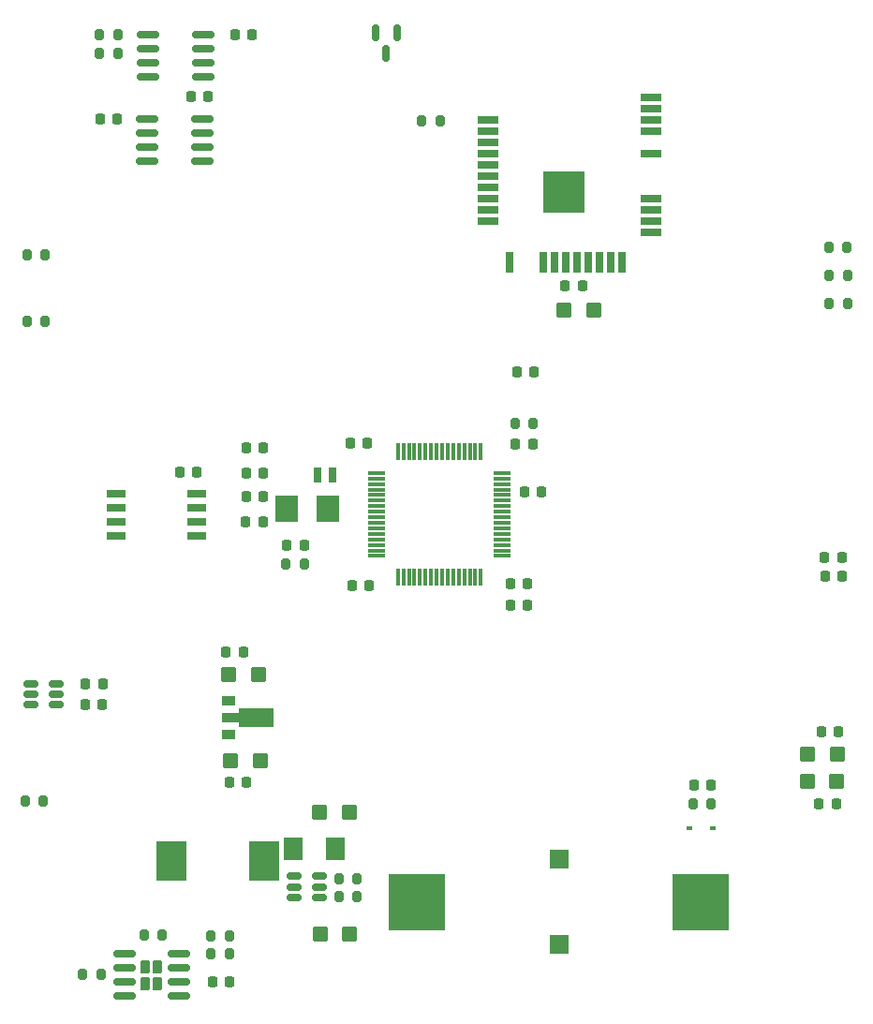
<source format=gbr>
%TF.GenerationSoftware,KiCad,Pcbnew,7.0.9-7.0.9~ubuntu22.04.1*%
%TF.CreationDate,2023-12-31T10:10:50+00:00*%
%TF.ProjectId,stm32_sbc_wifi,73746d33-325f-4736-9263-5f776966692e,A*%
%TF.SameCoordinates,Original*%
%TF.FileFunction,Paste,Top*%
%TF.FilePolarity,Positive*%
%FSLAX46Y46*%
G04 Gerber Fmt 4.6, Leading zero omitted, Abs format (unit mm)*
G04 Created by KiCad (PCBNEW 7.0.9-7.0.9~ubuntu22.04.1) date 2023-12-31 10:10:50*
%MOMM*%
%LPD*%
G01*
G04 APERTURE LIST*
G04 Aperture macros list*
%AMRoundRect*
0 Rectangle with rounded corners*
0 $1 Rounding radius*
0 $2 $3 $4 $5 $6 $7 $8 $9 X,Y pos of 4 corners*
0 Add a 4 corners polygon primitive as box body*
4,1,4,$2,$3,$4,$5,$6,$7,$8,$9,$2,$3,0*
0 Add four circle primitives for the rounded corners*
1,1,$1+$1,$2,$3*
1,1,$1+$1,$4,$5*
1,1,$1+$1,$6,$7*
1,1,$1+$1,$8,$9*
0 Add four rect primitives between the rounded corners*
20,1,$1+$1,$2,$3,$4,$5,0*
20,1,$1+$1,$4,$5,$6,$7,0*
20,1,$1+$1,$6,$7,$8,$9,0*
20,1,$1+$1,$8,$9,$2,$3,0*%
%AMFreePoly0*
4,1,9,3.862500,-0.866500,0.737500,-0.866500,0.737500,-0.450000,-0.737500,-0.450000,-0.737500,0.450000,0.737500,0.450000,0.737500,0.866500,3.862500,0.866500,3.862500,-0.866500,3.862500,-0.866500,$1*%
G04 Aperture macros list end*
%ADD10RoundRect,0.218750X-0.218750X-0.256250X0.218750X-0.256250X0.218750X0.256250X-0.218750X0.256250X0*%
%ADD11RoundRect,0.225000X0.225000X0.250000X-0.225000X0.250000X-0.225000X-0.250000X0.225000X-0.250000X0*%
%ADD12R,1.300000X0.900000*%
%ADD13FreePoly0,0.000000*%
%ADD14R,1.778000X2.032000*%
%ADD15RoundRect,0.250000X-0.450000X-0.425000X0.450000X-0.425000X0.450000X0.425000X-0.450000X0.425000X0*%
%ADD16RoundRect,0.225000X-0.225000X-0.250000X0.225000X-0.250000X0.225000X0.250000X-0.225000X0.250000X0*%
%ADD17R,1.700000X0.650000*%
%ADD18RoundRect,0.150000X-0.825000X-0.150000X0.825000X-0.150000X0.825000X0.150000X-0.825000X0.150000X0*%
%ADD19RoundRect,0.200000X-0.200000X-0.275000X0.200000X-0.275000X0.200000X0.275000X-0.200000X0.275000X0*%
%ADD20R,1.651000X1.651000*%
%ADD21RoundRect,0.250000X0.450000X0.425000X-0.450000X0.425000X-0.450000X-0.425000X0.450000X-0.425000X0*%
%ADD22R,2.700000X3.600000*%
%ADD23RoundRect,0.230000X-0.230000X-0.375000X0.230000X-0.375000X0.230000X0.375000X-0.230000X0.375000X0*%
%ADD24RoundRect,0.150000X-0.512500X-0.150000X0.512500X-0.150000X0.512500X0.150000X-0.512500X0.150000X0*%
%ADD25RoundRect,0.150000X-0.150000X0.587500X-0.150000X-0.587500X0.150000X-0.587500X0.150000X0.587500X0*%
%ADD26RoundRect,0.200000X0.200000X0.275000X-0.200000X0.275000X-0.200000X-0.275000X0.200000X-0.275000X0*%
%ADD27R,5.080000X5.080000*%
%ADD28R,0.600000X0.450000*%
%ADD29R,0.700000X1.400000*%
%ADD30R,1.900000X0.800000*%
%ADD31R,0.800000X1.900000*%
%ADD32R,3.700000X3.700000*%
%ADD33R,2.000000X2.400000*%
%ADD34RoundRect,0.075000X-0.700000X-0.075000X0.700000X-0.075000X0.700000X0.075000X-0.700000X0.075000X0*%
%ADD35RoundRect,0.075000X-0.075000X-0.700000X0.075000X-0.700000X0.075000X0.700000X-0.075000X0.700000X0*%
G04 APERTURE END LIST*
D10*
%TO.C,L1*%
X92992500Y-100320000D03*
X94567500Y-100320000D03*
%TD*%
D11*
%TO.C,C4*%
X104075000Y-47270000D03*
X102525000Y-47270000D03*
%TD*%
D12*
%TO.C,U6*%
X105985000Y-101880000D03*
D13*
X106072500Y-103380000D03*
D12*
X105985000Y-104880000D03*
%TD*%
D14*
%TO.C,D2*%
X115605000Y-115187500D03*
X111795000Y-115187500D03*
%TD*%
D15*
%TO.C,C6*%
X106085000Y-107260000D03*
X108785000Y-107260000D03*
%TD*%
D16*
%TO.C,C10*%
X105710000Y-97400000D03*
X107260000Y-97400000D03*
%TD*%
D11*
%TO.C,C14*%
X109065000Y-81260000D03*
X107515000Y-81260000D03*
%TD*%
D17*
%TO.C,U1*%
X95770000Y-83145000D03*
X95770000Y-84415000D03*
X95770000Y-85685000D03*
X95770000Y-86955000D03*
X103070000Y-86955000D03*
X103070000Y-85685000D03*
X103070000Y-84415000D03*
X103070000Y-83145000D03*
%TD*%
D16*
%TO.C,C26*%
X159315000Y-111115000D03*
X160865000Y-111115000D03*
%TD*%
D15*
%TO.C,C8*%
X105935000Y-99440000D03*
X108635000Y-99440000D03*
%TD*%
D18*
%TO.C,U2*%
X98605000Y-49225000D03*
X98605000Y-50495000D03*
X98605000Y-51765000D03*
X98605000Y-53035000D03*
X103555000Y-53035000D03*
X103555000Y-51765000D03*
X103555000Y-50495000D03*
X103555000Y-49225000D03*
%TD*%
D19*
%TO.C,R14*%
X94285000Y-41640000D03*
X95935000Y-41640000D03*
%TD*%
D18*
%TO.C,U9*%
X98675000Y-41625000D03*
X98675000Y-42895000D03*
X98675000Y-44165000D03*
X98675000Y-45435000D03*
X103625000Y-45435000D03*
X103625000Y-44165000D03*
X103625000Y-42895000D03*
X103625000Y-41625000D03*
%TD*%
D11*
%TO.C,C11*%
X109065000Y-83350000D03*
X107515000Y-83350000D03*
%TD*%
D20*
%TO.C,J5*%
X135827000Y-116113800D03*
X135827000Y-123886200D03*
%TD*%
D21*
%TO.C,C25*%
X160930000Y-109115000D03*
X158230000Y-109115000D03*
%TD*%
D11*
%TO.C,C27*%
X133545000Y-72160000D03*
X131995000Y-72160000D03*
%TD*%
D19*
%TO.C,R17*%
X160180000Y-60870000D03*
X161830000Y-60870000D03*
%TD*%
D11*
%TO.C,C13*%
X109065000Y-79020000D03*
X107515000Y-79020000D03*
%TD*%
D22*
%TO.C,L3*%
X100820000Y-116330000D03*
X109120000Y-116330000D03*
%TD*%
D19*
%TO.C,R2*%
X87565000Y-110920000D03*
X89215000Y-110920000D03*
%TD*%
D16*
%TO.C,C23*%
X131885000Y-78650000D03*
X133435000Y-78650000D03*
%TD*%
D11*
%TO.C,C1*%
X106025000Y-127240000D03*
X104475000Y-127240000D03*
%TD*%
%TO.C,C18*%
X108095000Y-41600000D03*
X106545000Y-41600000D03*
%TD*%
D19*
%TO.C,R15*%
X160243000Y-63410000D03*
X161893000Y-63410000D03*
%TD*%
D16*
%TO.C,C21*%
X159855000Y-90555000D03*
X161405000Y-90555000D03*
%TD*%
D23*
%TO.C,U3*%
X98410000Y-125890000D03*
X98410000Y-127390000D03*
X99550000Y-125890000D03*
X99550000Y-127390000D03*
D18*
X96505000Y-124735000D03*
X96505000Y-126005000D03*
X96505000Y-127275000D03*
X96505000Y-128545000D03*
X101455000Y-128545000D03*
X101455000Y-127275000D03*
X101455000Y-126005000D03*
X101455000Y-124735000D03*
%TD*%
D21*
%TO.C,C32*%
X116830000Y-111950000D03*
X114130000Y-111950000D03*
%TD*%
D19*
%TO.C,R8*%
X111125000Y-89450000D03*
X112775000Y-89450000D03*
%TD*%
D16*
%TO.C,C29*%
X136362500Y-64310000D03*
X137912500Y-64310000D03*
%TD*%
D24*
%TO.C,U4*%
X88102500Y-100300000D03*
X88102500Y-101250000D03*
X88102500Y-102200000D03*
X90377500Y-102200000D03*
X90377500Y-101250000D03*
X90377500Y-100300000D03*
%TD*%
D25*
%TO.C,U7*%
X121160000Y-41460000D03*
X119260000Y-41460000D03*
X120210000Y-43335000D03*
%TD*%
D19*
%TO.C,R11*%
X131825000Y-76800000D03*
X133475000Y-76800000D03*
%TD*%
D10*
%TO.C,L2*%
X92972500Y-102190000D03*
X94547500Y-102190000D03*
%TD*%
D16*
%TO.C,C2*%
X94325000Y-49240000D03*
X95875000Y-49240000D03*
%TD*%
D21*
%TO.C,C28*%
X160960000Y-106675000D03*
X158260000Y-106675000D03*
%TD*%
D26*
%TO.C,R12*%
X149555000Y-111130000D03*
X147905000Y-111130000D03*
%TD*%
D11*
%TO.C,C24*%
X132945000Y-91270000D03*
X131395000Y-91270000D03*
%TD*%
D16*
%TO.C,C17*%
X147985000Y-109420000D03*
X149535000Y-109420000D03*
%TD*%
D19*
%TO.C,R5*%
X104365000Y-124700000D03*
X106015000Y-124700000D03*
%TD*%
%TO.C,R10*%
X115925000Y-119570000D03*
X117575000Y-119570000D03*
%TD*%
D16*
%TO.C,C7*%
X105990000Y-109220000D03*
X107540000Y-109220000D03*
%TD*%
D26*
%TO.C,R4*%
X105995000Y-123060000D03*
X104345000Y-123060000D03*
%TD*%
D15*
%TO.C,C31*%
X136280000Y-66510000D03*
X138980000Y-66510000D03*
%TD*%
D16*
%TO.C,C9*%
X111225000Y-87820000D03*
X112775000Y-87820000D03*
%TD*%
D19*
%TO.C,R16*%
X160243000Y-65950000D03*
X161893000Y-65950000D03*
%TD*%
D16*
%TO.C,C22*%
X159825000Y-88865000D03*
X161375000Y-88865000D03*
%TD*%
D26*
%TO.C,R9*%
X117575000Y-117950000D03*
X115925000Y-117950000D03*
%TD*%
D24*
%TO.C,U5*%
X111902500Y-117707500D03*
X111902500Y-118657500D03*
X111902500Y-119607500D03*
X114177500Y-119607500D03*
X114177500Y-118657500D03*
X114177500Y-117707500D03*
%TD*%
D16*
%TO.C,C16*%
X132705000Y-82970000D03*
X134255000Y-82970000D03*
%TD*%
D15*
%TO.C,C5*%
X114200000Y-122950000D03*
X116900000Y-122950000D03*
%TD*%
D16*
%TO.C,C3*%
X101545000Y-81180000D03*
X103095000Y-81180000D03*
%TD*%
D26*
%TO.C,R7*%
X89365000Y-61510000D03*
X87715000Y-61510000D03*
%TD*%
D27*
%TO.C,J6*%
X148628600Y-120000000D03*
X123000000Y-120000000D03*
%TD*%
D16*
%TO.C,C20*%
X117135000Y-91450000D03*
X118685000Y-91450000D03*
%TD*%
D28*
%TO.C,D5*%
X149730000Y-113380000D03*
X147630000Y-113380000D03*
%TD*%
D16*
%TO.C,C15*%
X131405000Y-93210000D03*
X132955000Y-93210000D03*
%TD*%
D29*
%TO.C,Y2*%
X115360000Y-81410000D03*
X113960000Y-81410000D03*
%TD*%
D30*
%TO.C,U10*%
X144136550Y-59505000D03*
X144136550Y-58489000D03*
X144136550Y-57473000D03*
X144136550Y-56457000D03*
X144136550Y-52393000D03*
X144136550Y-50361000D03*
X144136550Y-49345000D03*
X144136550Y-48329000D03*
X144136550Y-47313000D03*
X129406550Y-49351000D03*
X129406550Y-50367000D03*
X129406550Y-51383000D03*
X129406550Y-52399000D03*
X129406550Y-53415000D03*
X129406550Y-54431000D03*
X129406550Y-55447000D03*
X129406550Y-56463000D03*
X129406550Y-57479000D03*
X129406550Y-58495000D03*
D31*
X131306550Y-62175000D03*
X134354550Y-62175000D03*
X135370550Y-62175000D03*
X136386550Y-62175000D03*
X137402550Y-62175000D03*
X138418550Y-62175000D03*
X139434550Y-62175000D03*
X140450550Y-62175000D03*
X141466550Y-62175000D03*
D32*
X136286550Y-55905000D03*
%TD*%
D19*
%TO.C,R1*%
X92775000Y-126530000D03*
X94425000Y-126530000D03*
%TD*%
D26*
%TO.C,R3*%
X99950000Y-123030000D03*
X98300000Y-123030000D03*
%TD*%
D33*
%TO.C,Y1*%
X111210000Y-84480000D03*
X114910000Y-84480000D03*
%TD*%
D16*
%TO.C,C12*%
X107495000Y-85670000D03*
X109045000Y-85670000D03*
%TD*%
%TO.C,C19*%
X116965000Y-78550000D03*
X118515000Y-78550000D03*
%TD*%
D26*
%TO.C,R6*%
X89365000Y-67580000D03*
X87715000Y-67580000D03*
%TD*%
D16*
%TO.C,C30*%
X159525000Y-104665000D03*
X161075000Y-104665000D03*
%TD*%
D34*
%TO.C,U8*%
X119325000Y-81250000D03*
X119325000Y-81750000D03*
X119325000Y-82250000D03*
X119325000Y-82750000D03*
X119325000Y-83250000D03*
X119325000Y-83750000D03*
X119325000Y-84250000D03*
X119325000Y-84750000D03*
X119325000Y-85250000D03*
X119325000Y-85750000D03*
X119325000Y-86250000D03*
X119325000Y-86750000D03*
X119325000Y-87250000D03*
X119325000Y-87750000D03*
X119325000Y-88250000D03*
X119325000Y-88750000D03*
D35*
X121250000Y-90675000D03*
X121750000Y-90675000D03*
X122250000Y-90675000D03*
X122750000Y-90675000D03*
X123250000Y-90675000D03*
X123750000Y-90675000D03*
X124250000Y-90675000D03*
X124750000Y-90675000D03*
X125250000Y-90675000D03*
X125750000Y-90675000D03*
X126250000Y-90675000D03*
X126750000Y-90675000D03*
X127250000Y-90675000D03*
X127750000Y-90675000D03*
X128250000Y-90675000D03*
X128750000Y-90675000D03*
D34*
X130675000Y-88750000D03*
X130675000Y-88250000D03*
X130675000Y-87750000D03*
X130675000Y-87250000D03*
X130675000Y-86750000D03*
X130675000Y-86250000D03*
X130675000Y-85750000D03*
X130675000Y-85250000D03*
X130675000Y-84750000D03*
X130675000Y-84250000D03*
X130675000Y-83750000D03*
X130675000Y-83250000D03*
X130675000Y-82750000D03*
X130675000Y-82250000D03*
X130675000Y-81750000D03*
X130675000Y-81250000D03*
D35*
X128750000Y-79325000D03*
X128250000Y-79325000D03*
X127750000Y-79325000D03*
X127250000Y-79325000D03*
X126750000Y-79325000D03*
X126250000Y-79325000D03*
X125750000Y-79325000D03*
X125250000Y-79325000D03*
X124750000Y-79325000D03*
X124250000Y-79325000D03*
X123750000Y-79325000D03*
X123250000Y-79325000D03*
X122750000Y-79325000D03*
X122250000Y-79325000D03*
X121750000Y-79325000D03*
X121250000Y-79325000D03*
%TD*%
D19*
%TO.C,R13*%
X94265000Y-43370000D03*
X95915000Y-43370000D03*
%TD*%
%TO.C,R18*%
X123415000Y-49400000D03*
X125065000Y-49400000D03*
%TD*%
M02*

</source>
